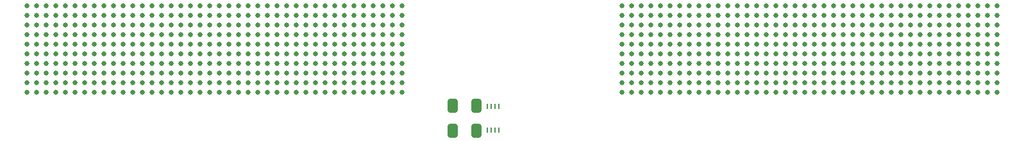
<source format=gbr>
%TF.GenerationSoftware,KiCad,Pcbnew,7.0.10*%
%TF.CreationDate,2024-12-16T23:30:14-07:00*%
%TF.ProjectId,DRXDaughterboard,44525844-6175-4676-9874-6572626f6172,1.1*%
%TF.SameCoordinates,Original*%
%TF.FileFunction,Paste,Top*%
%TF.FilePolarity,Positive*%
%FSLAX46Y46*%
G04 Gerber Fmt 4.6, Leading zero omitted, Abs format (unit mm)*
G04 Created by KiCad (PCBNEW 7.0.10) date 2024-12-16 23:30:14*
%MOMM*%
%LPD*%
G01*
G04 APERTURE LIST*
G04 Aperture macros list*
%AMRoundRect*
0 Rectangle with rounded corners*
0 $1 Rounding radius*
0 $2 $3 $4 $5 $6 $7 $8 $9 X,Y pos of 4 corners*
0 Add a 4 corners polygon primitive as box body*
4,1,4,$2,$3,$4,$5,$6,$7,$8,$9,$2,$3,0*
0 Add four circle primitives for the rounded corners*
1,1,$1+$1,$2,$3*
1,1,$1+$1,$4,$5*
1,1,$1+$1,$6,$7*
1,1,$1+$1,$8,$9*
0 Add four rect primitives between the rounded corners*
20,1,$1+$1,$2,$3,$4,$5,0*
20,1,$1+$1,$4,$5,$6,$7,0*
20,1,$1+$1,$6,$7,$8,$9,0*
20,1,$1+$1,$8,$9,$2,$3,0*%
G04 Aperture macros list end*
%ADD10R,0.250000X0.750000*%
%ADD11RoundRect,0.250000X0.412500X0.650000X-0.412500X0.650000X-0.412500X-0.650000X0.412500X-0.650000X0*%
%ADD12C,0.640000*%
%ADD13RoundRect,0.250000X-0.412500X-0.650000X0.412500X-0.650000X0.412500X0.650000X-0.412500X0.650000X0*%
G04 APERTURE END LIST*
D10*
%TO.C,U1*%
X138974001Y-89770773D03*
X139474001Y-89770773D03*
X139974001Y-89770773D03*
X140474001Y-89770773D03*
X140474001Y-86670773D03*
X139974001Y-86670773D03*
X139474001Y-86670773D03*
X138974001Y-86670773D03*
%TD*%
D11*
%TO.C,C1*%
X137476501Y-86569773D03*
X134351501Y-86569773D03*
%TD*%
D12*
%TO.C,J8*%
X206285001Y-84791773D03*
X205015001Y-84791773D03*
X203745001Y-84791773D03*
X202475001Y-84791773D03*
X201205001Y-84791773D03*
X199935001Y-84791773D03*
X198665001Y-84791773D03*
X197395001Y-84791773D03*
X196125001Y-84791773D03*
X194855001Y-84791773D03*
X193585001Y-84791773D03*
X192315001Y-84791773D03*
X191045001Y-84791773D03*
X189775001Y-84791773D03*
X188505001Y-84791773D03*
X187235001Y-84791773D03*
X185965001Y-84791773D03*
X184695001Y-84791773D03*
X183425001Y-84791773D03*
X182160001Y-84791773D03*
X180880001Y-84791773D03*
X179615001Y-84791773D03*
X178345001Y-84791773D03*
X177075001Y-84791773D03*
X175805001Y-84791773D03*
X174535001Y-84791773D03*
X173265001Y-84791773D03*
X171995001Y-84791773D03*
X170725001Y-84791773D03*
X169455001Y-84791773D03*
X168185001Y-84791773D03*
X166915001Y-84791773D03*
X165645001Y-84791773D03*
X164375001Y-84791773D03*
X163105001Y-84791773D03*
X161835001Y-84791773D03*
X160565001Y-84791773D03*
X159295001Y-84791773D03*
X158025001Y-84791773D03*
X156755001Y-84791773D03*
X206285001Y-83521773D03*
X205015001Y-83521773D03*
X203745001Y-83521773D03*
X202475001Y-83521773D03*
X201205001Y-83521773D03*
X199935001Y-83521773D03*
X198665001Y-83521773D03*
X197395001Y-83521773D03*
X196125001Y-83521773D03*
X194855001Y-83521773D03*
X193585001Y-83521773D03*
X192315001Y-83521773D03*
X191045001Y-83521773D03*
X189775001Y-83521773D03*
X188505001Y-83521773D03*
X187235001Y-83521773D03*
X185965001Y-83521773D03*
X184695001Y-83521773D03*
X183425001Y-83521773D03*
X182160001Y-83521773D03*
X180880001Y-83521773D03*
X179615001Y-83521773D03*
X178345001Y-83521773D03*
X177075001Y-83521773D03*
X175805001Y-83521773D03*
X174535001Y-83521773D03*
X173265001Y-83521773D03*
X171995001Y-83521773D03*
X170725001Y-83521773D03*
X169455001Y-83521773D03*
X168185001Y-83521773D03*
X166915001Y-83521773D03*
X165645001Y-83521773D03*
X164375001Y-83521773D03*
X163105001Y-83521773D03*
X161835001Y-83521773D03*
X160565001Y-83521773D03*
X159295001Y-83521773D03*
X158025001Y-83521773D03*
X156755001Y-83521773D03*
X206285001Y-82251773D03*
X205015001Y-82251773D03*
X203745001Y-82251773D03*
X202475001Y-82251773D03*
X201205001Y-82251773D03*
X199935001Y-82251773D03*
X198665001Y-82251773D03*
X197395001Y-82251773D03*
X196125001Y-82251773D03*
X194855001Y-82251773D03*
X193585001Y-82251773D03*
X192315001Y-82251773D03*
X191045001Y-82251773D03*
X189775001Y-82251773D03*
X188505001Y-82251773D03*
X187235001Y-82251773D03*
X185965001Y-82251773D03*
X184695001Y-82251773D03*
X183425001Y-82251773D03*
X182160001Y-82251773D03*
X180880001Y-82251773D03*
X179615001Y-82251773D03*
X178345001Y-82251773D03*
X177075001Y-82251773D03*
X175805001Y-82251773D03*
X174535001Y-82251773D03*
X173265001Y-82251773D03*
X171995001Y-82251773D03*
X170725001Y-82251773D03*
X169455001Y-82251773D03*
X168185001Y-82251773D03*
X166915001Y-82251773D03*
X165645001Y-82251773D03*
X164375001Y-82251773D03*
X163105001Y-82251773D03*
X161835001Y-82251773D03*
X160565001Y-82251773D03*
X159295001Y-82251773D03*
X158025001Y-82251773D03*
X156755001Y-82251773D03*
X206285001Y-80981773D03*
X205015001Y-80981773D03*
X203745001Y-80981773D03*
X202475001Y-80981773D03*
X201205001Y-80981773D03*
X199935001Y-80981773D03*
X198665001Y-80981773D03*
X197395001Y-80981773D03*
X196125001Y-80981773D03*
X194855001Y-80981773D03*
X193585001Y-80981773D03*
X192315001Y-80981773D03*
X191045001Y-80981773D03*
X189775001Y-80981773D03*
X188505001Y-80981773D03*
X187235001Y-80981773D03*
X185965001Y-80981773D03*
X184695001Y-80981773D03*
X183425001Y-80981773D03*
X182160001Y-80981773D03*
X180880001Y-80981773D03*
X179615001Y-80981773D03*
X178345001Y-80981773D03*
X177075001Y-80981773D03*
X175805001Y-80981773D03*
X174535001Y-80981773D03*
X173265001Y-80981773D03*
X171995001Y-80981773D03*
X170725001Y-80981773D03*
X169455001Y-80981773D03*
X168185001Y-80981773D03*
X166915001Y-80981773D03*
X165645001Y-80981773D03*
X164375001Y-80981773D03*
X163105001Y-80981773D03*
X161835001Y-80981773D03*
X160565001Y-80981773D03*
X159295001Y-80981773D03*
X158025001Y-80981773D03*
X156755001Y-80981773D03*
X206285001Y-79716773D03*
X205015001Y-79716773D03*
X203745001Y-79716773D03*
X202475001Y-79716773D03*
X201205001Y-79716773D03*
X199935001Y-79716773D03*
X198665001Y-79716773D03*
X197395001Y-79716773D03*
X196125001Y-79716773D03*
X194855001Y-79716773D03*
X193585001Y-79716773D03*
X192315001Y-79716773D03*
X191045001Y-79716773D03*
X189775001Y-79716773D03*
X188505001Y-79716773D03*
X187235001Y-79716773D03*
X185965001Y-79716773D03*
X184695001Y-79716773D03*
X183425001Y-79716773D03*
X182160001Y-79716773D03*
X180880001Y-79716773D03*
X179615001Y-79716773D03*
X178345001Y-79716773D03*
X177075001Y-79716773D03*
X175805001Y-79716773D03*
X174535001Y-79716773D03*
X173265001Y-79716773D03*
X171995001Y-79716773D03*
X170725001Y-79716773D03*
X169455001Y-79716773D03*
X168185001Y-79716773D03*
X166915001Y-79716773D03*
X165645001Y-79716773D03*
X164375001Y-79716773D03*
X163105001Y-79716773D03*
X161835001Y-79716773D03*
X160565001Y-79716773D03*
X159295001Y-79716773D03*
X158025001Y-79716773D03*
X156755001Y-79716773D03*
X206285001Y-78436773D03*
X205015001Y-78436773D03*
X203745001Y-78436773D03*
X202475001Y-78436773D03*
X201205001Y-78436773D03*
X199935001Y-78436773D03*
X198665001Y-78436773D03*
X197395001Y-78436773D03*
X196125001Y-78436773D03*
X194855001Y-78436773D03*
X193585001Y-78436773D03*
X192315001Y-78436773D03*
X191045001Y-78436773D03*
X189775001Y-78436773D03*
X188505001Y-78436773D03*
X187235001Y-78436773D03*
X185965001Y-78436773D03*
X184695001Y-78436773D03*
X183425001Y-78436773D03*
X182160001Y-78436773D03*
X180880001Y-78436773D03*
X179615001Y-78436773D03*
X178345001Y-78436773D03*
X177075001Y-78436773D03*
X175805001Y-78436773D03*
X174535001Y-78436773D03*
X173265001Y-78436773D03*
X171995001Y-78436773D03*
X170725001Y-78436773D03*
X169455001Y-78436773D03*
X168185001Y-78436773D03*
X166915001Y-78436773D03*
X165645001Y-78436773D03*
X164375001Y-78436773D03*
X163105001Y-78436773D03*
X161835001Y-78436773D03*
X160565001Y-78436773D03*
X159295001Y-78436773D03*
X158025001Y-78436773D03*
X156755001Y-78436773D03*
X206285001Y-77171773D03*
X205015001Y-77171773D03*
X203745001Y-77171773D03*
X202475001Y-77171773D03*
X201205001Y-77171773D03*
X199935001Y-77171773D03*
X198665001Y-77171773D03*
X197395001Y-77171773D03*
X196125001Y-77171773D03*
X194855001Y-77171773D03*
X193585001Y-77171773D03*
X192315001Y-77171773D03*
X191045001Y-77171773D03*
X189775001Y-77171773D03*
X188505001Y-77171773D03*
X187235001Y-77171773D03*
X185965001Y-77171773D03*
X184695001Y-77171773D03*
X183425001Y-77171773D03*
X182160001Y-77171773D03*
X180880001Y-77171773D03*
X179615001Y-77171773D03*
X178345001Y-77171773D03*
X177075001Y-77171773D03*
X175805001Y-77171773D03*
X174535001Y-77171773D03*
X173265001Y-77171773D03*
X171995001Y-77171773D03*
X170725001Y-77171773D03*
X169455001Y-77171773D03*
X168185001Y-77171773D03*
X166915001Y-77171773D03*
X165645001Y-77171773D03*
X164375001Y-77171773D03*
X163105001Y-77171773D03*
X161835001Y-77171773D03*
X160565001Y-77171773D03*
X159295001Y-77171773D03*
X158025001Y-77171773D03*
X156755001Y-77171773D03*
X206285001Y-75901773D03*
X205015001Y-75901773D03*
X203745001Y-75901773D03*
X202475001Y-75901773D03*
X201205001Y-75901773D03*
X199935001Y-75901773D03*
X198665001Y-75901773D03*
X197395001Y-75901773D03*
X196125001Y-75901773D03*
X194855001Y-75901773D03*
X193585001Y-75901773D03*
X192315001Y-75901773D03*
X191045001Y-75901773D03*
X189775001Y-75901773D03*
X188505001Y-75901773D03*
X187235001Y-75901773D03*
X185965001Y-75901773D03*
X184695001Y-75901773D03*
X183425001Y-75901773D03*
X182160001Y-75901773D03*
X180880001Y-75901773D03*
X179615001Y-75901773D03*
X178345001Y-75901773D03*
X177075001Y-75901773D03*
X175805001Y-75901773D03*
X174535001Y-75901773D03*
X173265001Y-75901773D03*
X171995001Y-75901773D03*
X170725001Y-75901773D03*
X169455001Y-75901773D03*
X168185001Y-75901773D03*
X166915001Y-75901773D03*
X165645001Y-75901773D03*
X164375001Y-75901773D03*
X163105001Y-75901773D03*
X161835001Y-75901773D03*
X160565001Y-75901773D03*
X159295001Y-75901773D03*
X158025001Y-75901773D03*
X156755001Y-75901773D03*
X206285001Y-74631773D03*
X205015001Y-74631773D03*
X203745001Y-74631773D03*
X202475001Y-74631773D03*
X201205001Y-74631773D03*
X199935001Y-74631773D03*
X198665001Y-74631773D03*
X197395001Y-74631773D03*
X196125001Y-74631773D03*
X194855001Y-74631773D03*
X193585001Y-74631773D03*
X192315001Y-74631773D03*
X191045001Y-74631773D03*
X189775001Y-74631773D03*
X188505001Y-74631773D03*
X187235001Y-74631773D03*
X185965001Y-74631773D03*
X184695001Y-74631773D03*
X183425001Y-74631773D03*
X182160001Y-74631773D03*
X180880001Y-74631773D03*
X179615001Y-74631773D03*
X178345001Y-74631773D03*
X177075001Y-74631773D03*
X175805001Y-74631773D03*
X174535001Y-74631773D03*
X173265001Y-74631773D03*
X171995001Y-74631773D03*
X170725001Y-74631773D03*
X169455001Y-74631773D03*
X168185001Y-74631773D03*
X166915001Y-74631773D03*
X165645001Y-74631773D03*
X164375001Y-74631773D03*
X163105001Y-74631773D03*
X161835001Y-74631773D03*
X160565001Y-74631773D03*
X159295001Y-74631773D03*
X158025001Y-74631773D03*
X156755001Y-74631773D03*
X206285001Y-73361773D03*
X205015001Y-73361773D03*
X203745001Y-73361773D03*
X202475001Y-73361773D03*
X201205001Y-73361773D03*
X199935001Y-73361773D03*
X198665001Y-73361773D03*
X197395001Y-73361773D03*
X196125001Y-73361773D03*
X194855001Y-73361773D03*
X193585001Y-73361773D03*
X192315001Y-73361773D03*
X191045001Y-73361773D03*
X189775001Y-73361773D03*
X188505001Y-73361773D03*
X187235001Y-73361773D03*
X185965001Y-73361773D03*
X184695001Y-73361773D03*
X183425001Y-73361773D03*
X182160001Y-73361773D03*
X180880001Y-73361773D03*
X179615001Y-73361773D03*
X178345001Y-73361773D03*
X177075001Y-73361773D03*
X175805001Y-73361773D03*
X174535001Y-73361773D03*
X173265001Y-73361773D03*
X171995001Y-73361773D03*
X170725001Y-73361773D03*
X169455001Y-73361773D03*
X168185001Y-73361773D03*
X166915001Y-73361773D03*
X165645001Y-73361773D03*
X164375001Y-73361773D03*
X163105001Y-73361773D03*
X161835001Y-73361773D03*
X160565001Y-73361773D03*
X159295001Y-73361773D03*
X158025001Y-73361773D03*
X156755001Y-73361773D03*
%TD*%
D13*
%TO.C,C2*%
X134351501Y-89871773D03*
X137476501Y-89871773D03*
%TD*%
D12*
%TO.C,J7*%
X127669001Y-84791773D03*
X126399001Y-84791773D03*
X125129001Y-84791773D03*
X123859001Y-84791773D03*
X122589001Y-84791773D03*
X121319001Y-84791773D03*
X120049001Y-84791773D03*
X118779001Y-84791773D03*
X117509001Y-84791773D03*
X116239001Y-84791773D03*
X114969001Y-84791773D03*
X113699001Y-84791773D03*
X112429001Y-84791773D03*
X111159001Y-84791773D03*
X109889001Y-84791773D03*
X108619001Y-84791773D03*
X107349001Y-84791773D03*
X106079001Y-84791773D03*
X104809001Y-84791773D03*
X103544001Y-84791773D03*
X102264001Y-84791773D03*
X100999001Y-84791773D03*
X99729001Y-84791773D03*
X98459001Y-84791773D03*
X97189001Y-84791773D03*
X95919001Y-84791773D03*
X94649001Y-84791773D03*
X93379001Y-84791773D03*
X92109001Y-84791773D03*
X90839001Y-84791773D03*
X89569001Y-84791773D03*
X88299001Y-84791773D03*
X87029001Y-84791773D03*
X85759001Y-84791773D03*
X84489001Y-84791773D03*
X83219001Y-84791773D03*
X81949001Y-84791773D03*
X80679001Y-84791773D03*
X79409001Y-84791773D03*
X78139001Y-84791773D03*
X127669001Y-83521773D03*
X126399001Y-83521773D03*
X125129001Y-83521773D03*
X123859001Y-83521773D03*
X122589001Y-83521773D03*
X121319001Y-83521773D03*
X120049001Y-83521773D03*
X118779001Y-83521773D03*
X117509001Y-83521773D03*
X116239001Y-83521773D03*
X114969001Y-83521773D03*
X113699001Y-83521773D03*
X112429001Y-83521773D03*
X111159001Y-83521773D03*
X109889001Y-83521773D03*
X108619001Y-83521773D03*
X107349001Y-83521773D03*
X106079001Y-83521773D03*
X104809001Y-83521773D03*
X103544001Y-83521773D03*
X102264001Y-83521773D03*
X100999001Y-83521773D03*
X99729001Y-83521773D03*
X98459001Y-83521773D03*
X97189001Y-83521773D03*
X95919001Y-83521773D03*
X94649001Y-83521773D03*
X93379001Y-83521773D03*
X92109001Y-83521773D03*
X90839001Y-83521773D03*
X89569001Y-83521773D03*
X88299001Y-83521773D03*
X87029001Y-83521773D03*
X85759001Y-83521773D03*
X84489001Y-83521773D03*
X83219001Y-83521773D03*
X81949001Y-83521773D03*
X80679001Y-83521773D03*
X79409001Y-83521773D03*
X78139001Y-83521773D03*
X127669001Y-82251773D03*
X126399001Y-82251773D03*
X125129001Y-82251773D03*
X123859001Y-82251773D03*
X122589001Y-82251773D03*
X121319001Y-82251773D03*
X120049001Y-82251773D03*
X118779001Y-82251773D03*
X117509001Y-82251773D03*
X116239001Y-82251773D03*
X114969001Y-82251773D03*
X113699001Y-82251773D03*
X112429001Y-82251773D03*
X111159001Y-82251773D03*
X109889001Y-82251773D03*
X108619001Y-82251773D03*
X107349001Y-82251773D03*
X106079001Y-82251773D03*
X104809001Y-82251773D03*
X103544001Y-82251773D03*
X102264001Y-82251773D03*
X100999001Y-82251773D03*
X99729001Y-82251773D03*
X98459001Y-82251773D03*
X97189001Y-82251773D03*
X95919001Y-82251773D03*
X94649001Y-82251773D03*
X93379001Y-82251773D03*
X92109001Y-82251773D03*
X90839001Y-82251773D03*
X89569001Y-82251773D03*
X88299001Y-82251773D03*
X87029001Y-82251773D03*
X85759001Y-82251773D03*
X84489001Y-82251773D03*
X83219001Y-82251773D03*
X81949001Y-82251773D03*
X80679001Y-82251773D03*
X79409001Y-82251773D03*
X78139001Y-82251773D03*
X127669001Y-80981773D03*
X126399001Y-80981773D03*
X125129001Y-80981773D03*
X123859001Y-80981773D03*
X122589001Y-80981773D03*
X121319001Y-80981773D03*
X120049001Y-80981773D03*
X118779001Y-80981773D03*
X117509001Y-80981773D03*
X116239001Y-80981773D03*
X114969001Y-80981773D03*
X113699001Y-80981773D03*
X112429001Y-80981773D03*
X111159001Y-80981773D03*
X109889001Y-80981773D03*
X108619001Y-80981773D03*
X107349001Y-80981773D03*
X106079001Y-80981773D03*
X104809001Y-80981773D03*
X103544001Y-80981773D03*
X102264001Y-80981773D03*
X100999001Y-80981773D03*
X99729001Y-80981773D03*
X98459001Y-80981773D03*
X97189001Y-80981773D03*
X95919001Y-80981773D03*
X94649001Y-80981773D03*
X93379001Y-80981773D03*
X92109001Y-80981773D03*
X90839001Y-80981773D03*
X89569001Y-80981773D03*
X88299001Y-80981773D03*
X87029001Y-80981773D03*
X85759001Y-80981773D03*
X84489001Y-80981773D03*
X83219001Y-80981773D03*
X81949001Y-80981773D03*
X80679001Y-80981773D03*
X79409001Y-80981773D03*
X78139001Y-80981773D03*
X127669001Y-79716773D03*
X126399001Y-79716773D03*
X125129001Y-79716773D03*
X123859001Y-79716773D03*
X122589001Y-79716773D03*
X121319001Y-79716773D03*
X120049001Y-79716773D03*
X118779001Y-79716773D03*
X117509001Y-79716773D03*
X116239001Y-79716773D03*
X114969001Y-79716773D03*
X113699001Y-79716773D03*
X112429001Y-79716773D03*
X111159001Y-79716773D03*
X109889001Y-79716773D03*
X108619001Y-79716773D03*
X107349001Y-79716773D03*
X106079001Y-79716773D03*
X104809001Y-79716773D03*
X103544001Y-79716773D03*
X102264001Y-79716773D03*
X100999001Y-79716773D03*
X99729001Y-79716773D03*
X98459001Y-79716773D03*
X97189001Y-79716773D03*
X95919001Y-79716773D03*
X94649001Y-79716773D03*
X93379001Y-79716773D03*
X92109001Y-79716773D03*
X90839001Y-79716773D03*
X89569001Y-79716773D03*
X88299001Y-79716773D03*
X87029001Y-79716773D03*
X85759001Y-79716773D03*
X84489001Y-79716773D03*
X83219001Y-79716773D03*
X81949001Y-79716773D03*
X80679001Y-79716773D03*
X79409001Y-79716773D03*
X78139001Y-79716773D03*
X127669001Y-78436773D03*
X126399001Y-78436773D03*
X125129001Y-78436773D03*
X123859001Y-78436773D03*
X122589001Y-78436773D03*
X121319001Y-78436773D03*
X120049001Y-78436773D03*
X118779001Y-78436773D03*
X117509001Y-78436773D03*
X116239001Y-78436773D03*
X114969001Y-78436773D03*
X113699001Y-78436773D03*
X112429001Y-78436773D03*
X111159001Y-78436773D03*
X109889001Y-78436773D03*
X108619001Y-78436773D03*
X107349001Y-78436773D03*
X106079001Y-78436773D03*
X104809001Y-78436773D03*
X103544001Y-78436773D03*
X102264001Y-78436773D03*
X100999001Y-78436773D03*
X99729001Y-78436773D03*
X98459001Y-78436773D03*
X97189001Y-78436773D03*
X95919001Y-78436773D03*
X94649001Y-78436773D03*
X93379001Y-78436773D03*
X92109001Y-78436773D03*
X90839001Y-78436773D03*
X89569001Y-78436773D03*
X88299001Y-78436773D03*
X87029001Y-78436773D03*
X85759001Y-78436773D03*
X84489001Y-78436773D03*
X83219001Y-78436773D03*
X81949001Y-78436773D03*
X80679001Y-78436773D03*
X79409001Y-78436773D03*
X78139001Y-78436773D03*
X127669001Y-77171773D03*
X126399001Y-77171773D03*
X125129001Y-77171773D03*
X123859001Y-77171773D03*
X122589001Y-77171773D03*
X121319001Y-77171773D03*
X120049001Y-77171773D03*
X118779001Y-77171773D03*
X117509001Y-77171773D03*
X116239001Y-77171773D03*
X114969001Y-77171773D03*
X113699001Y-77171773D03*
X112429001Y-77171773D03*
X111159001Y-77171773D03*
X109889001Y-77171773D03*
X108619001Y-77171773D03*
X107349001Y-77171773D03*
X106079001Y-77171773D03*
X104809001Y-77171773D03*
X103544001Y-77171773D03*
X102264001Y-77171773D03*
X100999001Y-77171773D03*
X99729001Y-77171773D03*
X98459001Y-77171773D03*
X97189001Y-77171773D03*
X95919001Y-77171773D03*
X94649001Y-77171773D03*
X93379001Y-77171773D03*
X92109001Y-77171773D03*
X90839001Y-77171773D03*
X89569001Y-77171773D03*
X88299001Y-77171773D03*
X87029001Y-77171773D03*
X85759001Y-77171773D03*
X84489001Y-77171773D03*
X83219001Y-77171773D03*
X81949001Y-77171773D03*
X80679001Y-77171773D03*
X79409001Y-77171773D03*
X78139001Y-77171773D03*
X127669001Y-75901773D03*
X126399001Y-75901773D03*
X125129001Y-75901773D03*
X123859001Y-75901773D03*
X122589001Y-75901773D03*
X121319001Y-75901773D03*
X120049001Y-75901773D03*
X118779001Y-75901773D03*
X117509001Y-75901773D03*
X116239001Y-75901773D03*
X114969001Y-75901773D03*
X113699001Y-75901773D03*
X112429001Y-75901773D03*
X111159001Y-75901773D03*
X109889001Y-75901773D03*
X108619001Y-75901773D03*
X107349001Y-75901773D03*
X106079001Y-75901773D03*
X104809001Y-75901773D03*
X103544001Y-75901773D03*
X102264001Y-75901773D03*
X100999001Y-75901773D03*
X99729001Y-75901773D03*
X98459001Y-75901773D03*
X97189001Y-75901773D03*
X95919001Y-75901773D03*
X94649001Y-75901773D03*
X93379001Y-75901773D03*
X92109001Y-75901773D03*
X90839001Y-75901773D03*
X89569001Y-75901773D03*
X88299001Y-75901773D03*
X87029001Y-75901773D03*
X85759001Y-75901773D03*
X84489001Y-75901773D03*
X83219001Y-75901773D03*
X81949001Y-75901773D03*
X80679001Y-75901773D03*
X79409001Y-75901773D03*
X78139001Y-75901773D03*
X127669001Y-74631773D03*
X126399001Y-74631773D03*
X125129001Y-74631773D03*
X123859001Y-74631773D03*
X122589001Y-74631773D03*
X121319001Y-74631773D03*
X120049001Y-74631773D03*
X118779001Y-74631773D03*
X117509001Y-74631773D03*
X116239001Y-74631773D03*
X114969001Y-74631773D03*
X113699001Y-74631773D03*
X112429001Y-74631773D03*
X111159001Y-74631773D03*
X109889001Y-74631773D03*
X108619001Y-74631773D03*
X107349001Y-74631773D03*
X106079001Y-74631773D03*
X104809001Y-74631773D03*
X103544001Y-74631773D03*
X102264001Y-74631773D03*
X100999001Y-74631773D03*
X99729001Y-74631773D03*
X98459001Y-74631773D03*
X97189001Y-74631773D03*
X95919001Y-74631773D03*
X94649001Y-74631773D03*
X93379001Y-74631773D03*
X92109001Y-74631773D03*
X90839001Y-74631773D03*
X89569001Y-74631773D03*
X88299001Y-74631773D03*
X87029001Y-74631773D03*
X85759001Y-74631773D03*
X84489001Y-74631773D03*
X83219001Y-74631773D03*
X81949001Y-74631773D03*
X80679001Y-74631773D03*
X79409001Y-74631773D03*
X78139001Y-74631773D03*
X127669001Y-73361773D03*
X126399001Y-73361773D03*
X125129001Y-73361773D03*
X123859001Y-73361773D03*
X122589001Y-73361773D03*
X121319001Y-73361773D03*
X120049001Y-73361773D03*
X118779001Y-73361773D03*
X117509001Y-73361773D03*
X116239001Y-73361773D03*
X114969001Y-73361773D03*
X113699001Y-73361773D03*
X112429001Y-73361773D03*
X111159001Y-73361773D03*
X109889001Y-73361773D03*
X108619001Y-73361773D03*
X107349001Y-73361773D03*
X106079001Y-73361773D03*
X104809001Y-73361773D03*
X103544001Y-73361773D03*
X102264001Y-73361773D03*
X100999001Y-73361773D03*
X99729001Y-73361773D03*
X98459001Y-73361773D03*
X97189001Y-73361773D03*
X95919001Y-73361773D03*
X94649001Y-73361773D03*
X93379001Y-73361773D03*
X92109001Y-73361773D03*
X90839001Y-73361773D03*
X89569001Y-73361773D03*
X88299001Y-73361773D03*
X87029001Y-73361773D03*
X85759001Y-73361773D03*
X84489001Y-73361773D03*
X83219001Y-73361773D03*
X81949001Y-73361773D03*
X80679001Y-73361773D03*
X79409001Y-73361773D03*
X78139001Y-73361773D03*
%TD*%
M02*

</source>
